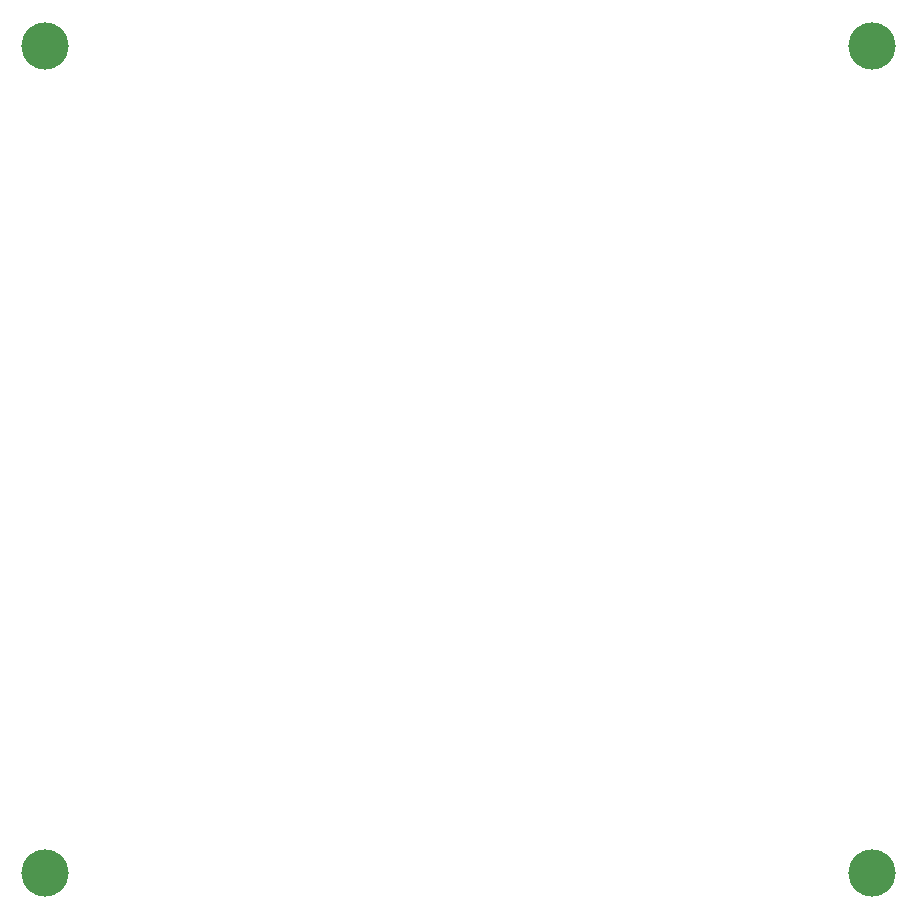
<source format=gbr>
%TF.GenerationSoftware,KiCad,Pcbnew,5.1.4-3.fc30*%
%TF.CreationDate,2019-10-16T19:47:40+02:00*%
%TF.ProjectId,AT328-aqua-controller,41543332-382d-4617-9175-612d636f6e74,rev?*%
%TF.SameCoordinates,PX1e53ac0PY62b48e0*%
%TF.FileFunction,NonPlated,1,2,NPTH,Drill*%
%TF.FilePolarity,Positive*%
%FSLAX46Y46*%
G04 Gerber Fmt 4.6, Leading zero omitted, Abs format (unit mm)*
G04 Created by KiCad (PCBNEW 5.1.4-3.fc30) date 2019-10-16 19:47:40*
%MOMM*%
%LPD*%
G04 APERTURE LIST*
%TA.AperFunction,ComponentDrill*%
%ADD10C,4.000000*%
%TD*%
G04 APERTURE END LIST*
D10*
%TO.C,H3*%
X73300000Y2900000D03*
%TO.C,H1*%
X3300000Y2900000D03*
%TO.C,H4*%
X73300000Y72900000D03*
%TO.C,H2*%
X3300000Y72900000D03*
M02*

</source>
